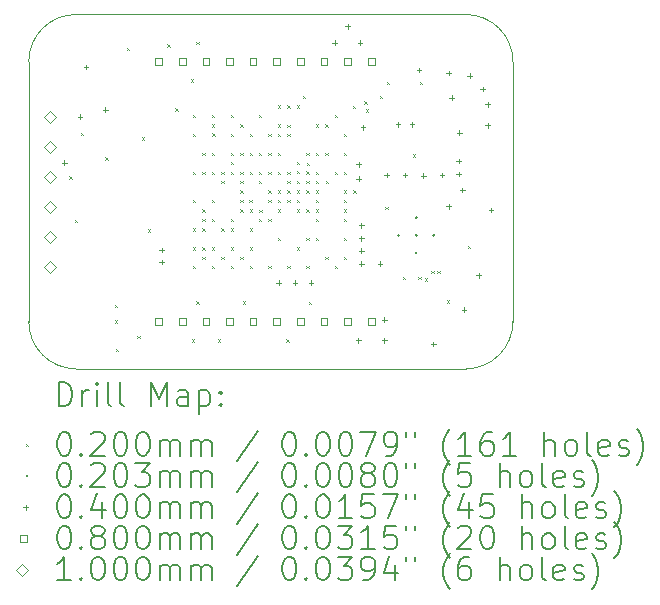
<source format=gbr>
%TF.GenerationSoftware,KiCad,Pcbnew,6.0.11+dfsg-1*%
%TF.CreationDate,2026-01-08T21:32:19-05:00*%
%TF.ProjectId,Deck_FPGA,4465636b-5f46-4504-9741-2e6b69636164,rev?*%
%TF.SameCoordinates,Original*%
%TF.FileFunction,Drillmap*%
%TF.FilePolarity,Positive*%
%FSLAX45Y45*%
G04 Gerber Fmt 4.5, Leading zero omitted, Abs format (unit mm)*
G04 Created by KiCad (PCBNEW 6.0.11+dfsg-1) date 2026-01-08 21:32:19*
%MOMM*%
%LPD*%
G01*
G04 APERTURE LIST*
%ADD10C,0.100000*%
%ADD11C,0.200000*%
%ADD12C,0.020000*%
%ADD13C,0.020320*%
%ADD14C,0.040000*%
%ADD15C,0.080000*%
G04 APERTURE END LIST*
D10*
X12100000Y-10000000D02*
X12100000Y-12200000D01*
X8400000Y-9600000D02*
G75*
G03*
X8000000Y-10000000I0J-400000D01*
G01*
X8000000Y-12200000D02*
G75*
G03*
X8400000Y-12600000I400000J0D01*
G01*
X11700000Y-12600000D02*
G75*
G03*
X12100000Y-12200000I0J400000D01*
G01*
X8000000Y-10000000D02*
X8000000Y-12200000D01*
X12100000Y-10000000D02*
G75*
G03*
X11700000Y-9600000I-400000J0D01*
G01*
X8400000Y-12600000D02*
X11700000Y-12600000D01*
X8400000Y-9600000D02*
X11700000Y-9600000D01*
D11*
D12*
X8345000Y-10970000D02*
X8365000Y-10990000D01*
X8365000Y-10970000D02*
X8345000Y-10990000D01*
X8390000Y-11340000D02*
X8410000Y-11360000D01*
X8410000Y-11340000D02*
X8390000Y-11360000D01*
X8440000Y-10600000D02*
X8460000Y-10620000D01*
X8460000Y-10600000D02*
X8440000Y-10620000D01*
X8650000Y-10810000D02*
X8670000Y-10830000D01*
X8670000Y-10810000D02*
X8650000Y-10830000D01*
X8730000Y-12060000D02*
X8750000Y-12080000D01*
X8750000Y-12060000D02*
X8730000Y-12080000D01*
X8730000Y-12190000D02*
X8750000Y-12210000D01*
X8750000Y-12190000D02*
X8730000Y-12210000D01*
X8739000Y-12431000D02*
X8759000Y-12451000D01*
X8759000Y-12431000D02*
X8739000Y-12451000D01*
X8830000Y-9880000D02*
X8850000Y-9900000D01*
X8850000Y-9880000D02*
X8830000Y-9900000D01*
X8920000Y-12320000D02*
X8940000Y-12340000D01*
X8940000Y-12320000D02*
X8920000Y-12340000D01*
X8960000Y-10640000D02*
X8980000Y-10660000D01*
X8980000Y-10640000D02*
X8960000Y-10660000D01*
X9010000Y-11420000D02*
X9030000Y-11440000D01*
X9030000Y-11420000D02*
X9010000Y-11440000D01*
X9172500Y-9852500D02*
X9192500Y-9872500D01*
X9192500Y-9852500D02*
X9172500Y-9872500D01*
X9240000Y-10395000D02*
X9260000Y-10415000D01*
X9260000Y-10395000D02*
X9240000Y-10415000D01*
X9370000Y-10150000D02*
X9390000Y-10170000D01*
X9390000Y-10150000D02*
X9370000Y-10170000D01*
X9380000Y-12350000D02*
X9400000Y-12370000D01*
X9400000Y-12350000D02*
X9380000Y-12370000D01*
X9390000Y-10450000D02*
X9410000Y-10470000D01*
X9410000Y-10450000D02*
X9390000Y-10470000D01*
X9390000Y-10610000D02*
X9410000Y-10630000D01*
X9410000Y-10610000D02*
X9390000Y-10630000D01*
X9390000Y-10930000D02*
X9410000Y-10950000D01*
X9410000Y-10930000D02*
X9390000Y-10950000D01*
X9390000Y-11170000D02*
X9410000Y-11190000D01*
X9410000Y-11170000D02*
X9390000Y-11190000D01*
X9390000Y-11410000D02*
X9410000Y-11430000D01*
X9410000Y-11410000D02*
X9390000Y-11430000D01*
X9390000Y-11570000D02*
X9410000Y-11590000D01*
X9410000Y-11570000D02*
X9390000Y-11590000D01*
X9390000Y-11730000D02*
X9410000Y-11750000D01*
X9410000Y-11730000D02*
X9390000Y-11750000D01*
X9420000Y-9830000D02*
X9440000Y-9850000D01*
X9440000Y-9830000D02*
X9420000Y-9850000D01*
X9420000Y-12030000D02*
X9440000Y-12050000D01*
X9440000Y-12030000D02*
X9420000Y-12050000D01*
X9470000Y-10770000D02*
X9490000Y-10790000D01*
X9490000Y-10770000D02*
X9470000Y-10790000D01*
X9470000Y-10930000D02*
X9490000Y-10950000D01*
X9490000Y-10930000D02*
X9470000Y-10950000D01*
X9470000Y-11250000D02*
X9490000Y-11270000D01*
X9490000Y-11250000D02*
X9470000Y-11270000D01*
X9470000Y-11330000D02*
X9490000Y-11350000D01*
X9490000Y-11330000D02*
X9470000Y-11350000D01*
X9470000Y-11410000D02*
X9490000Y-11430000D01*
X9490000Y-11410000D02*
X9470000Y-11430000D01*
X9470000Y-11570000D02*
X9490000Y-11590000D01*
X9490000Y-11570000D02*
X9470000Y-11590000D01*
X9470000Y-11650000D02*
X9490000Y-11670000D01*
X9490000Y-11650000D02*
X9470000Y-11670000D01*
X9550000Y-10450000D02*
X9570000Y-10470000D01*
X9570000Y-10450000D02*
X9550000Y-10470000D01*
X9550000Y-10530000D02*
X9570000Y-10550000D01*
X9570000Y-10530000D02*
X9550000Y-10550000D01*
X9550000Y-10770000D02*
X9570000Y-10790000D01*
X9570000Y-10770000D02*
X9550000Y-10790000D01*
X9550000Y-10930000D02*
X9570000Y-10950000D01*
X9570000Y-10930000D02*
X9550000Y-10950000D01*
X9550000Y-11170000D02*
X9570000Y-11190000D01*
X9570000Y-11170000D02*
X9550000Y-11190000D01*
X9550000Y-11330000D02*
X9570000Y-11350000D01*
X9570000Y-11330000D02*
X9550000Y-11350000D01*
X9550000Y-11570000D02*
X9570000Y-11590000D01*
X9570000Y-11570000D02*
X9550000Y-11590000D01*
X9550000Y-11730000D02*
X9570000Y-11750000D01*
X9570000Y-11730000D02*
X9550000Y-11750000D01*
X9555000Y-10605000D02*
X9575000Y-10625000D01*
X9575000Y-10605000D02*
X9555000Y-10625000D01*
X9600000Y-12350000D02*
X9620000Y-12370000D01*
X9620000Y-12350000D02*
X9600000Y-12370000D01*
X9630000Y-10930000D02*
X9650000Y-10950000D01*
X9650000Y-10930000D02*
X9630000Y-10950000D01*
X9630000Y-11010000D02*
X9650000Y-11030000D01*
X9650000Y-11010000D02*
X9630000Y-11030000D01*
X9630000Y-11410000D02*
X9650000Y-11430000D01*
X9650000Y-11410000D02*
X9630000Y-11430000D01*
X9630000Y-11650000D02*
X9650000Y-11670000D01*
X9650000Y-11650000D02*
X9630000Y-11670000D01*
X9710000Y-10450000D02*
X9730000Y-10470000D01*
X9730000Y-10450000D02*
X9710000Y-10470000D01*
X9710000Y-10610000D02*
X9730000Y-10630000D01*
X9730000Y-10610000D02*
X9710000Y-10630000D01*
X9710000Y-10770000D02*
X9730000Y-10790000D01*
X9730000Y-10770000D02*
X9710000Y-10790000D01*
X9710000Y-10850000D02*
X9730000Y-10870000D01*
X9730000Y-10850000D02*
X9710000Y-10870000D01*
X9710000Y-10930000D02*
X9730000Y-10950000D01*
X9730000Y-10930000D02*
X9710000Y-10950000D01*
X9710000Y-11330000D02*
X9730000Y-11350000D01*
X9730000Y-11330000D02*
X9710000Y-11350000D01*
X9710000Y-11410000D02*
X9730000Y-11430000D01*
X9730000Y-11410000D02*
X9710000Y-11430000D01*
X9710000Y-11570000D02*
X9730000Y-11590000D01*
X9730000Y-11570000D02*
X9710000Y-11590000D01*
X9710000Y-11730000D02*
X9730000Y-11750000D01*
X9730000Y-11730000D02*
X9710000Y-11750000D01*
X9790000Y-10530000D02*
X9810000Y-10550000D01*
X9810000Y-10530000D02*
X9790000Y-10550000D01*
X9790000Y-10770000D02*
X9810000Y-10790000D01*
X9810000Y-10770000D02*
X9790000Y-10790000D01*
X9790000Y-10930000D02*
X9810000Y-10950000D01*
X9810000Y-10930000D02*
X9790000Y-10950000D01*
X9790000Y-11010000D02*
X9810000Y-11030000D01*
X9810000Y-11010000D02*
X9790000Y-11030000D01*
X9790000Y-11090000D02*
X9810000Y-11110000D01*
X9810000Y-11090000D02*
X9790000Y-11110000D01*
X9790000Y-11170000D02*
X9810000Y-11190000D01*
X9810000Y-11170000D02*
X9790000Y-11190000D01*
X9790000Y-11250000D02*
X9810000Y-11270000D01*
X9810000Y-11250000D02*
X9790000Y-11270000D01*
X9790000Y-11650000D02*
X9810000Y-11670000D01*
X9810000Y-11650000D02*
X9790000Y-11670000D01*
X9810000Y-12030000D02*
X9830000Y-12050000D01*
X9830000Y-12030000D02*
X9810000Y-12050000D01*
X9867500Y-11167500D02*
X9887500Y-11187500D01*
X9887500Y-11167500D02*
X9867500Y-11187500D01*
X9870000Y-10610000D02*
X9890000Y-10630000D01*
X9890000Y-10610000D02*
X9870000Y-10630000D01*
X9870000Y-10770000D02*
X9890000Y-10790000D01*
X9890000Y-10770000D02*
X9870000Y-10790000D01*
X9870000Y-10930000D02*
X9890000Y-10950000D01*
X9890000Y-10930000D02*
X9870000Y-10950000D01*
X9870000Y-11250000D02*
X9890000Y-11270000D01*
X9890000Y-11250000D02*
X9870000Y-11270000D01*
X9870000Y-11410000D02*
X9890000Y-11430000D01*
X9890000Y-11410000D02*
X9870000Y-11430000D01*
X9870000Y-11570000D02*
X9890000Y-11590000D01*
X9890000Y-11570000D02*
X9870000Y-11590000D01*
X9870000Y-11730000D02*
X9890000Y-11750000D01*
X9890000Y-11730000D02*
X9870000Y-11750000D01*
X9950000Y-10450000D02*
X9970000Y-10470000D01*
X9970000Y-10450000D02*
X9950000Y-10470000D01*
X9950000Y-10770000D02*
X9970000Y-10790000D01*
X9970000Y-10770000D02*
X9950000Y-10790000D01*
X9950000Y-10930000D02*
X9970000Y-10950000D01*
X9970000Y-10930000D02*
X9950000Y-10950000D01*
X9950000Y-11010000D02*
X9970000Y-11030000D01*
X9970000Y-11010000D02*
X9950000Y-11030000D01*
X9950000Y-11330000D02*
X9970000Y-11350000D01*
X9970000Y-11330000D02*
X9950000Y-11350000D01*
X9952500Y-11252500D02*
X9972500Y-11272500D01*
X9972500Y-11252500D02*
X9952500Y-11272500D01*
X10030000Y-10610000D02*
X10050000Y-10630000D01*
X10050000Y-10610000D02*
X10030000Y-10630000D01*
X10030000Y-10770000D02*
X10050000Y-10790000D01*
X10050000Y-10770000D02*
X10030000Y-10790000D01*
X10030000Y-10930000D02*
X10050000Y-10950000D01*
X10050000Y-10930000D02*
X10030000Y-10950000D01*
X10030000Y-11090000D02*
X10050000Y-11110000D01*
X10050000Y-11090000D02*
X10030000Y-11110000D01*
X10030000Y-11170000D02*
X10050000Y-11190000D01*
X10050000Y-11170000D02*
X10030000Y-11190000D01*
X10030000Y-11330000D02*
X10050000Y-11350000D01*
X10050000Y-11330000D02*
X10030000Y-11350000D01*
X10030000Y-11730000D02*
X10050000Y-11750000D01*
X10050000Y-11730000D02*
X10030000Y-11750000D01*
X10110000Y-10370000D02*
X10130000Y-10390000D01*
X10130000Y-10370000D02*
X10110000Y-10390000D01*
X10110000Y-10530000D02*
X10130000Y-10550000D01*
X10130000Y-10530000D02*
X10110000Y-10550000D01*
X10110000Y-10610000D02*
X10130000Y-10630000D01*
X10130000Y-10610000D02*
X10110000Y-10630000D01*
X10110000Y-10770000D02*
X10130000Y-10790000D01*
X10130000Y-10770000D02*
X10110000Y-10790000D01*
X10110000Y-10930000D02*
X10130000Y-10950000D01*
X10130000Y-10930000D02*
X10110000Y-10950000D01*
X10110000Y-11090000D02*
X10130000Y-11110000D01*
X10130000Y-11090000D02*
X10110000Y-11110000D01*
X10110000Y-11170000D02*
X10130000Y-11190000D01*
X10130000Y-11170000D02*
X10110000Y-11190000D01*
X10110000Y-11250000D02*
X10130000Y-11270000D01*
X10130000Y-11250000D02*
X10110000Y-11270000D01*
X10110000Y-11490000D02*
X10130000Y-11510000D01*
X10130000Y-11490000D02*
X10110000Y-11510000D01*
X10180000Y-12350000D02*
X10200000Y-12370000D01*
X10200000Y-12350000D02*
X10180000Y-12370000D01*
X10190000Y-10370000D02*
X10210000Y-10390000D01*
X10210000Y-10370000D02*
X10190000Y-10390000D01*
X10190000Y-10535000D02*
X10210000Y-10555000D01*
X10210000Y-10535000D02*
X10190000Y-10555000D01*
X10190000Y-10610000D02*
X10210000Y-10630000D01*
X10210000Y-10610000D02*
X10190000Y-10630000D01*
X10190000Y-10930000D02*
X10210000Y-10950000D01*
X10210000Y-10930000D02*
X10190000Y-10950000D01*
X10190000Y-11010000D02*
X10210000Y-11030000D01*
X10210000Y-11010000D02*
X10190000Y-11030000D01*
X10190000Y-11090000D02*
X10210000Y-11110000D01*
X10210000Y-11090000D02*
X10190000Y-11110000D01*
X10190000Y-11170000D02*
X10210000Y-11190000D01*
X10210000Y-11170000D02*
X10190000Y-11190000D01*
X10190000Y-11730000D02*
X10210000Y-11750000D01*
X10210000Y-11730000D02*
X10190000Y-11750000D01*
X10269950Y-10925050D02*
X10289950Y-10945050D01*
X10289950Y-10925050D02*
X10269950Y-10945050D01*
X10270000Y-10370000D02*
X10290000Y-10390000D01*
X10290000Y-10370000D02*
X10270000Y-10390000D01*
X10270000Y-10850000D02*
X10290000Y-10870000D01*
X10290000Y-10850000D02*
X10270000Y-10870000D01*
X10270000Y-11010000D02*
X10290000Y-11030000D01*
X10290000Y-11010000D02*
X10270000Y-11030000D01*
X10270000Y-11090000D02*
X10290000Y-11110000D01*
X10290000Y-11090000D02*
X10270000Y-11110000D01*
X10270000Y-11170000D02*
X10290000Y-11190000D01*
X10290000Y-11170000D02*
X10270000Y-11190000D01*
X10270000Y-11250000D02*
X10290000Y-11270000D01*
X10290000Y-11250000D02*
X10270000Y-11270000D01*
X10270000Y-11570000D02*
X10290000Y-11590000D01*
X10290000Y-11570000D02*
X10270000Y-11590000D01*
X10320000Y-10290000D02*
X10340000Y-10310000D01*
X10340000Y-10290000D02*
X10320000Y-10310000D01*
X10349950Y-10927195D02*
X10369950Y-10947195D01*
X10369950Y-10927195D02*
X10349950Y-10947195D01*
X10350000Y-10770000D02*
X10370000Y-10790000D01*
X10370000Y-10770000D02*
X10350000Y-10790000D01*
X10350000Y-11010000D02*
X10370000Y-11030000D01*
X10370000Y-11010000D02*
X10350000Y-11030000D01*
X10350000Y-11090000D02*
X10370000Y-11110000D01*
X10370000Y-11090000D02*
X10350000Y-11110000D01*
X10350000Y-11250000D02*
X10370000Y-11270000D01*
X10370000Y-11250000D02*
X10350000Y-11270000D01*
X10350000Y-11490000D02*
X10370000Y-11510000D01*
X10370000Y-11490000D02*
X10350000Y-11510000D01*
X10350000Y-11730000D02*
X10370000Y-11750000D01*
X10370000Y-11730000D02*
X10350000Y-11750000D01*
X10355000Y-10855000D02*
X10375000Y-10875000D01*
X10375000Y-10855000D02*
X10355000Y-10875000D01*
X10370000Y-12035000D02*
X10390000Y-12055000D01*
X10390000Y-12035000D02*
X10370000Y-12055000D01*
X10430000Y-10530000D02*
X10450000Y-10550000D01*
X10450000Y-10530000D02*
X10430000Y-10550000D01*
X10430000Y-10770000D02*
X10450000Y-10790000D01*
X10450000Y-10770000D02*
X10430000Y-10790000D01*
X10430000Y-10930000D02*
X10450000Y-10950000D01*
X10450000Y-10930000D02*
X10430000Y-10950000D01*
X10430000Y-11010000D02*
X10450000Y-11030000D01*
X10450000Y-11010000D02*
X10430000Y-11030000D01*
X10430000Y-11090000D02*
X10450000Y-11110000D01*
X10450000Y-11090000D02*
X10430000Y-11110000D01*
X10430000Y-11170000D02*
X10450000Y-11190000D01*
X10450000Y-11170000D02*
X10430000Y-11190000D01*
X10430000Y-11250000D02*
X10450000Y-11270000D01*
X10450000Y-11250000D02*
X10430000Y-11270000D01*
X10430000Y-11330000D02*
X10450000Y-11350000D01*
X10450000Y-11330000D02*
X10430000Y-11350000D01*
X10430000Y-11490000D02*
X10450000Y-11510000D01*
X10450000Y-11490000D02*
X10430000Y-11510000D01*
X10510000Y-10530000D02*
X10530000Y-10550000D01*
X10530000Y-10530000D02*
X10510000Y-10550000D01*
X10510000Y-11650000D02*
X10530000Y-11670000D01*
X10530000Y-11650000D02*
X10510000Y-11670000D01*
X10510000Y-10769950D02*
X10530000Y-10789950D01*
X10530000Y-10769950D02*
X10510000Y-10789950D01*
X10516251Y-11008749D02*
X10536251Y-11028749D01*
X10536251Y-11008749D02*
X10516251Y-11028749D01*
X10590000Y-10450000D02*
X10610000Y-10470000D01*
X10610000Y-10450000D02*
X10590000Y-10470000D01*
X10590000Y-10930000D02*
X10610000Y-10950000D01*
X10610000Y-10930000D02*
X10590000Y-10950000D01*
X10590000Y-11730000D02*
X10610000Y-11750000D01*
X10610000Y-11730000D02*
X10590000Y-11750000D01*
X10667500Y-10932500D02*
X10687500Y-10952500D01*
X10687500Y-10932500D02*
X10667500Y-10952500D01*
X10670000Y-10610000D02*
X10690000Y-10630000D01*
X10690000Y-10610000D02*
X10670000Y-10630000D01*
X10670000Y-10770000D02*
X10690000Y-10790000D01*
X10690000Y-10770000D02*
X10670000Y-10790000D01*
X10670000Y-11090000D02*
X10690000Y-11110000D01*
X10690000Y-11090000D02*
X10670000Y-11110000D01*
X10670000Y-11170000D02*
X10690000Y-11190000D01*
X10690000Y-11170000D02*
X10670000Y-11190000D01*
X10670000Y-11250000D02*
X10690000Y-11270000D01*
X10690000Y-11250000D02*
X10670000Y-11270000D01*
X10670000Y-11330000D02*
X10690000Y-11350000D01*
X10690000Y-11330000D02*
X10670000Y-11350000D01*
X10670000Y-11490000D02*
X10690000Y-11510000D01*
X10690000Y-11490000D02*
X10670000Y-11510000D01*
X10670000Y-11650000D02*
X10690000Y-11670000D01*
X10690000Y-11650000D02*
X10670000Y-11670000D01*
X10745000Y-10375000D02*
X10765000Y-10395000D01*
X10765000Y-10375000D02*
X10745000Y-10395000D01*
X10747500Y-11087500D02*
X10767500Y-11107500D01*
X10767500Y-11087500D02*
X10747500Y-11107500D01*
X10840749Y-10335749D02*
X10860749Y-10355749D01*
X10860749Y-10335749D02*
X10840749Y-10355749D01*
X10851751Y-10403249D02*
X10871751Y-10423249D01*
X10871751Y-10403249D02*
X10851751Y-10423249D01*
X10971000Y-10289000D02*
X10991000Y-10309000D01*
X10991000Y-10289000D02*
X10971000Y-10309000D01*
X11020000Y-11230000D02*
X11040000Y-11250000D01*
X11040000Y-11230000D02*
X11020000Y-11250000D01*
X11030000Y-10170000D02*
X11050000Y-10190000D01*
X11050000Y-10170000D02*
X11030000Y-10190000D01*
X11170000Y-11820000D02*
X11190000Y-11840000D01*
X11190000Y-11820000D02*
X11170000Y-11840000D01*
X11250000Y-10785000D02*
X11270000Y-10805000D01*
X11270000Y-10785000D02*
X11250000Y-10805000D01*
X11300000Y-11820000D02*
X11320000Y-11840000D01*
X11320000Y-11820000D02*
X11300000Y-11840000D01*
X11310000Y-10170000D02*
X11330000Y-10190000D01*
X11330000Y-10170000D02*
X11310000Y-10190000D01*
X11356081Y-11835081D02*
X11376081Y-11855081D01*
X11376081Y-11835081D02*
X11356081Y-11855081D01*
X11409950Y-11769251D02*
X11429950Y-11789251D01*
X11429950Y-11769251D02*
X11409950Y-11789251D01*
X11460000Y-11770000D02*
X11480000Y-11790000D01*
X11480000Y-11770000D02*
X11460000Y-11790000D01*
X11540000Y-12020000D02*
X11560000Y-12040000D01*
X11560000Y-12020000D02*
X11540000Y-12040000D01*
X11720050Y-11558871D02*
X11740050Y-11578871D01*
X11740050Y-11558871D02*
X11720050Y-11578871D01*
D13*
X11140160Y-11470000D02*
G75*
G03*
X11140160Y-11470000I-10160J0D01*
G01*
X11290160Y-11320000D02*
G75*
G03*
X11290160Y-11320000I-10160J0D01*
G01*
X11290160Y-11470000D02*
G75*
G03*
X11290160Y-11470000I-10160J0D01*
G01*
X11290160Y-11620000D02*
G75*
G03*
X11290160Y-11620000I-10160J0D01*
G01*
X11440160Y-11470000D02*
G75*
G03*
X11440160Y-11470000I-10160J0D01*
G01*
D14*
X8300000Y-10835000D02*
X8300000Y-10875000D01*
X8280000Y-10855000D02*
X8320000Y-10855000D01*
X8435000Y-10445000D02*
X8435000Y-10485000D01*
X8415000Y-10465000D02*
X8455000Y-10465000D01*
X8485000Y-10025000D02*
X8485000Y-10065000D01*
X8465000Y-10045000D02*
X8505000Y-10045000D01*
X8650000Y-10385000D02*
X8650000Y-10425000D01*
X8630000Y-10405000D02*
X8670000Y-10405000D01*
X9125000Y-11575000D02*
X9125000Y-11615000D01*
X9105000Y-11595000D02*
X9145000Y-11595000D01*
X9125000Y-11675000D02*
X9125000Y-11715000D01*
X9105000Y-11695000D02*
X9145000Y-11695000D01*
X10115000Y-11850000D02*
X10115000Y-11890000D01*
X10095000Y-11870000D02*
X10135000Y-11870000D01*
X10255000Y-11850000D02*
X10255000Y-11890000D01*
X10235000Y-11870000D02*
X10275000Y-11870000D01*
X10390000Y-11850000D02*
X10390000Y-11890000D01*
X10370000Y-11870000D02*
X10410000Y-11870000D01*
X10590000Y-9820000D02*
X10590000Y-9860000D01*
X10570000Y-9840000D02*
X10610000Y-9840000D01*
X10700000Y-9680000D02*
X10700000Y-9720000D01*
X10680000Y-9700000D02*
X10720000Y-9700000D01*
X10790000Y-12340000D02*
X10790000Y-12380000D01*
X10770000Y-12360000D02*
X10810000Y-12360000D01*
X10795000Y-10850000D02*
X10795000Y-10890000D01*
X10775000Y-10870000D02*
X10815000Y-10870000D01*
X10795000Y-10970000D02*
X10795000Y-11010000D01*
X10775000Y-10990000D02*
X10815000Y-10990000D01*
X10805000Y-9820000D02*
X10805000Y-9860000D01*
X10785000Y-9840000D02*
X10825000Y-9840000D01*
X10815000Y-11365000D02*
X10815000Y-11405000D01*
X10795000Y-11385000D02*
X10835000Y-11385000D01*
X10815000Y-11475000D02*
X10815000Y-11515000D01*
X10795000Y-11495000D02*
X10835000Y-11495000D01*
X10815000Y-11580000D02*
X10815000Y-11620000D01*
X10795000Y-11600000D02*
X10835000Y-11600000D01*
X10815000Y-11690000D02*
X10815000Y-11730000D01*
X10795000Y-11710000D02*
X10835000Y-11710000D01*
X10830000Y-10535000D02*
X10830000Y-10575000D01*
X10810000Y-10555000D02*
X10850000Y-10555000D01*
X10975000Y-11690000D02*
X10975000Y-11730000D01*
X10955000Y-11710000D02*
X10995000Y-11710000D01*
X11010000Y-12165000D02*
X11010000Y-12205000D01*
X10990000Y-12185000D02*
X11030000Y-12185000D01*
X11010000Y-12340000D02*
X11010000Y-12380000D01*
X10990000Y-12360000D02*
X11030000Y-12360000D01*
X11030000Y-10940000D02*
X11030000Y-10980000D01*
X11010000Y-10960000D02*
X11050000Y-10960000D01*
X11126050Y-10508950D02*
X11126050Y-10548950D01*
X11106050Y-10528950D02*
X11146050Y-10528950D01*
X11185000Y-10940000D02*
X11185000Y-10980000D01*
X11165000Y-10960000D02*
X11205000Y-10960000D01*
X11246050Y-10508950D02*
X11246050Y-10548950D01*
X11226050Y-10528950D02*
X11266050Y-10528950D01*
X11305000Y-10050000D02*
X11305000Y-10090000D01*
X11285000Y-10070000D02*
X11325000Y-10070000D01*
X11340000Y-10945000D02*
X11340000Y-10985000D01*
X11320000Y-10965000D02*
X11360000Y-10965000D01*
X11425000Y-12370000D02*
X11425000Y-12410000D01*
X11405000Y-12390000D02*
X11445000Y-12390000D01*
X11500000Y-10940000D02*
X11500000Y-10980000D01*
X11480000Y-10960000D02*
X11520000Y-10960000D01*
X11555000Y-10075000D02*
X11555000Y-10115000D01*
X11535000Y-10095000D02*
X11575000Y-10095000D01*
X11555000Y-11205000D02*
X11555000Y-11245000D01*
X11535000Y-11225000D02*
X11575000Y-11225000D01*
X11580000Y-10285000D02*
X11580000Y-10325000D01*
X11560000Y-10305000D02*
X11600000Y-10305000D01*
X11640000Y-10820000D02*
X11640000Y-10860000D01*
X11620000Y-10840000D02*
X11660000Y-10840000D01*
X11640000Y-10930000D02*
X11640000Y-10970000D01*
X11620000Y-10950000D02*
X11660000Y-10950000D01*
X11645000Y-10580000D02*
X11645000Y-10620000D01*
X11625000Y-10600000D02*
X11665000Y-10600000D01*
X11670000Y-11065000D02*
X11670000Y-11105000D01*
X11650000Y-11085000D02*
X11690000Y-11085000D01*
X11685000Y-12080000D02*
X11685000Y-12120000D01*
X11665000Y-12100000D02*
X11705000Y-12100000D01*
X11732500Y-10097500D02*
X11732500Y-10137500D01*
X11712500Y-10117500D02*
X11752500Y-10117500D01*
X11810000Y-11790000D02*
X11810000Y-11830000D01*
X11790000Y-11810000D02*
X11830000Y-11810000D01*
X11845000Y-10210000D02*
X11845000Y-10250000D01*
X11825000Y-10230000D02*
X11865000Y-10230000D01*
X11885000Y-10340000D02*
X11885000Y-10380000D01*
X11865000Y-10360000D02*
X11905000Y-10360000D01*
X11885000Y-10520000D02*
X11885000Y-10560000D01*
X11865000Y-10540000D02*
X11905000Y-10540000D01*
X11915000Y-11235000D02*
X11915000Y-11275000D01*
X11895000Y-11255000D02*
X11935000Y-11255000D01*
D15*
X9128285Y-10028285D02*
X9128285Y-9971716D01*
X9071716Y-9971716D01*
X9071716Y-10028285D01*
X9128285Y-10028285D01*
X9128285Y-12228284D02*
X9128285Y-12171715D01*
X9071716Y-12171715D01*
X9071716Y-12228284D01*
X9128285Y-12228284D01*
X9328285Y-10028285D02*
X9328285Y-9971716D01*
X9271716Y-9971716D01*
X9271716Y-10028285D01*
X9328285Y-10028285D01*
X9328285Y-12228284D02*
X9328285Y-12171715D01*
X9271716Y-12171715D01*
X9271716Y-12228284D01*
X9328285Y-12228284D01*
X9528285Y-10028285D02*
X9528285Y-9971716D01*
X9471716Y-9971716D01*
X9471716Y-10028285D01*
X9528285Y-10028285D01*
X9528285Y-12228284D02*
X9528285Y-12171715D01*
X9471716Y-12171715D01*
X9471716Y-12228284D01*
X9528285Y-12228284D01*
X9728285Y-10028285D02*
X9728285Y-9971716D01*
X9671716Y-9971716D01*
X9671716Y-10028285D01*
X9728285Y-10028285D01*
X9728285Y-12228284D02*
X9728285Y-12171715D01*
X9671716Y-12171715D01*
X9671716Y-12228284D01*
X9728285Y-12228284D01*
X9928285Y-10028285D02*
X9928285Y-9971716D01*
X9871716Y-9971716D01*
X9871716Y-10028285D01*
X9928285Y-10028285D01*
X9928285Y-12228284D02*
X9928285Y-12171715D01*
X9871716Y-12171715D01*
X9871716Y-12228284D01*
X9928285Y-12228284D01*
X10128285Y-10028285D02*
X10128285Y-9971716D01*
X10071716Y-9971716D01*
X10071716Y-10028285D01*
X10128285Y-10028285D01*
X10128285Y-12228284D02*
X10128285Y-12171715D01*
X10071716Y-12171715D01*
X10071716Y-12228284D01*
X10128285Y-12228284D01*
X10328285Y-10028285D02*
X10328285Y-9971716D01*
X10271716Y-9971716D01*
X10271716Y-10028285D01*
X10328285Y-10028285D01*
X10328285Y-12228284D02*
X10328285Y-12171715D01*
X10271716Y-12171715D01*
X10271716Y-12228284D01*
X10328285Y-12228284D01*
X10528285Y-10028285D02*
X10528285Y-9971716D01*
X10471716Y-9971716D01*
X10471716Y-10028285D01*
X10528285Y-10028285D01*
X10528285Y-12228284D02*
X10528285Y-12171715D01*
X10471716Y-12171715D01*
X10471716Y-12228284D01*
X10528285Y-12228284D01*
X10728285Y-10028285D02*
X10728285Y-9971716D01*
X10671716Y-9971716D01*
X10671716Y-10028285D01*
X10728285Y-10028285D01*
X10728285Y-12228284D02*
X10728285Y-12171715D01*
X10671716Y-12171715D01*
X10671716Y-12228284D01*
X10728285Y-12228284D01*
X10928285Y-10028285D02*
X10928285Y-9971716D01*
X10871716Y-9971716D01*
X10871716Y-10028285D01*
X10928285Y-10028285D01*
X10928285Y-12228284D02*
X10928285Y-12171715D01*
X10871716Y-12171715D01*
X10871716Y-12228284D01*
X10928285Y-12228284D01*
D10*
X8180000Y-10515000D02*
X8230000Y-10465000D01*
X8180000Y-10415000D01*
X8130000Y-10465000D01*
X8180000Y-10515000D01*
X8180000Y-10769000D02*
X8230000Y-10719000D01*
X8180000Y-10669000D01*
X8130000Y-10719000D01*
X8180000Y-10769000D01*
X8180000Y-11023000D02*
X8230000Y-10973000D01*
X8180000Y-10923000D01*
X8130000Y-10973000D01*
X8180000Y-11023000D01*
X8180000Y-11277000D02*
X8230000Y-11227000D01*
X8180000Y-11177000D01*
X8130000Y-11227000D01*
X8180000Y-11277000D01*
X8180000Y-11531000D02*
X8230000Y-11481000D01*
X8180000Y-11431000D01*
X8130000Y-11481000D01*
X8180000Y-11531000D01*
X8180000Y-11785000D02*
X8230000Y-11735000D01*
X8180000Y-11685000D01*
X8130000Y-11735000D01*
X8180000Y-11785000D01*
D11*
X8252619Y-12915476D02*
X8252619Y-12715476D01*
X8300238Y-12715476D01*
X8328809Y-12725000D01*
X8347857Y-12744048D01*
X8357381Y-12763095D01*
X8366905Y-12801190D01*
X8366905Y-12829762D01*
X8357381Y-12867857D01*
X8347857Y-12886905D01*
X8328809Y-12905952D01*
X8300238Y-12915476D01*
X8252619Y-12915476D01*
X8452619Y-12915476D02*
X8452619Y-12782143D01*
X8452619Y-12820238D02*
X8462143Y-12801190D01*
X8471667Y-12791667D01*
X8490714Y-12782143D01*
X8509762Y-12782143D01*
X8576429Y-12915476D02*
X8576429Y-12782143D01*
X8576429Y-12715476D02*
X8566905Y-12725000D01*
X8576429Y-12734524D01*
X8585952Y-12725000D01*
X8576429Y-12715476D01*
X8576429Y-12734524D01*
X8700238Y-12915476D02*
X8681190Y-12905952D01*
X8671667Y-12886905D01*
X8671667Y-12715476D01*
X8805000Y-12915476D02*
X8785952Y-12905952D01*
X8776429Y-12886905D01*
X8776429Y-12715476D01*
X9033571Y-12915476D02*
X9033571Y-12715476D01*
X9100238Y-12858333D01*
X9166905Y-12715476D01*
X9166905Y-12915476D01*
X9347857Y-12915476D02*
X9347857Y-12810714D01*
X9338333Y-12791667D01*
X9319286Y-12782143D01*
X9281190Y-12782143D01*
X9262143Y-12791667D01*
X9347857Y-12905952D02*
X9328810Y-12915476D01*
X9281190Y-12915476D01*
X9262143Y-12905952D01*
X9252619Y-12886905D01*
X9252619Y-12867857D01*
X9262143Y-12848809D01*
X9281190Y-12839286D01*
X9328810Y-12839286D01*
X9347857Y-12829762D01*
X9443095Y-12782143D02*
X9443095Y-12982143D01*
X9443095Y-12791667D02*
X9462143Y-12782143D01*
X9500238Y-12782143D01*
X9519286Y-12791667D01*
X9528810Y-12801190D01*
X9538333Y-12820238D01*
X9538333Y-12877381D01*
X9528810Y-12896428D01*
X9519286Y-12905952D01*
X9500238Y-12915476D01*
X9462143Y-12915476D01*
X9443095Y-12905952D01*
X9624048Y-12896428D02*
X9633571Y-12905952D01*
X9624048Y-12915476D01*
X9614524Y-12905952D01*
X9624048Y-12896428D01*
X9624048Y-12915476D01*
X9624048Y-12791667D02*
X9633571Y-12801190D01*
X9624048Y-12810714D01*
X9614524Y-12801190D01*
X9624048Y-12791667D01*
X9624048Y-12810714D01*
D12*
X7975000Y-13235000D02*
X7995000Y-13255000D01*
X7995000Y-13235000D02*
X7975000Y-13255000D01*
D11*
X8290714Y-13135476D02*
X8309762Y-13135476D01*
X8328809Y-13145000D01*
X8338333Y-13154524D01*
X8347857Y-13173571D01*
X8357381Y-13211667D01*
X8357381Y-13259286D01*
X8347857Y-13297381D01*
X8338333Y-13316428D01*
X8328809Y-13325952D01*
X8309762Y-13335476D01*
X8290714Y-13335476D01*
X8271667Y-13325952D01*
X8262143Y-13316428D01*
X8252619Y-13297381D01*
X8243095Y-13259286D01*
X8243095Y-13211667D01*
X8252619Y-13173571D01*
X8262143Y-13154524D01*
X8271667Y-13145000D01*
X8290714Y-13135476D01*
X8443095Y-13316428D02*
X8452619Y-13325952D01*
X8443095Y-13335476D01*
X8433571Y-13325952D01*
X8443095Y-13316428D01*
X8443095Y-13335476D01*
X8528810Y-13154524D02*
X8538333Y-13145000D01*
X8557381Y-13135476D01*
X8605000Y-13135476D01*
X8624048Y-13145000D01*
X8633571Y-13154524D01*
X8643095Y-13173571D01*
X8643095Y-13192619D01*
X8633571Y-13221190D01*
X8519286Y-13335476D01*
X8643095Y-13335476D01*
X8766905Y-13135476D02*
X8785952Y-13135476D01*
X8805000Y-13145000D01*
X8814524Y-13154524D01*
X8824048Y-13173571D01*
X8833571Y-13211667D01*
X8833571Y-13259286D01*
X8824048Y-13297381D01*
X8814524Y-13316428D01*
X8805000Y-13325952D01*
X8785952Y-13335476D01*
X8766905Y-13335476D01*
X8747857Y-13325952D01*
X8738333Y-13316428D01*
X8728810Y-13297381D01*
X8719286Y-13259286D01*
X8719286Y-13211667D01*
X8728810Y-13173571D01*
X8738333Y-13154524D01*
X8747857Y-13145000D01*
X8766905Y-13135476D01*
X8957381Y-13135476D02*
X8976429Y-13135476D01*
X8995476Y-13145000D01*
X9005000Y-13154524D01*
X9014524Y-13173571D01*
X9024048Y-13211667D01*
X9024048Y-13259286D01*
X9014524Y-13297381D01*
X9005000Y-13316428D01*
X8995476Y-13325952D01*
X8976429Y-13335476D01*
X8957381Y-13335476D01*
X8938333Y-13325952D01*
X8928810Y-13316428D01*
X8919286Y-13297381D01*
X8909762Y-13259286D01*
X8909762Y-13211667D01*
X8919286Y-13173571D01*
X8928810Y-13154524D01*
X8938333Y-13145000D01*
X8957381Y-13135476D01*
X9109762Y-13335476D02*
X9109762Y-13202143D01*
X9109762Y-13221190D02*
X9119286Y-13211667D01*
X9138333Y-13202143D01*
X9166905Y-13202143D01*
X9185952Y-13211667D01*
X9195476Y-13230714D01*
X9195476Y-13335476D01*
X9195476Y-13230714D02*
X9205000Y-13211667D01*
X9224048Y-13202143D01*
X9252619Y-13202143D01*
X9271667Y-13211667D01*
X9281190Y-13230714D01*
X9281190Y-13335476D01*
X9376429Y-13335476D02*
X9376429Y-13202143D01*
X9376429Y-13221190D02*
X9385952Y-13211667D01*
X9405000Y-13202143D01*
X9433571Y-13202143D01*
X9452619Y-13211667D01*
X9462143Y-13230714D01*
X9462143Y-13335476D01*
X9462143Y-13230714D02*
X9471667Y-13211667D01*
X9490714Y-13202143D01*
X9519286Y-13202143D01*
X9538333Y-13211667D01*
X9547857Y-13230714D01*
X9547857Y-13335476D01*
X9938333Y-13125952D02*
X9766905Y-13383095D01*
X10195476Y-13135476D02*
X10214524Y-13135476D01*
X10233571Y-13145000D01*
X10243095Y-13154524D01*
X10252619Y-13173571D01*
X10262143Y-13211667D01*
X10262143Y-13259286D01*
X10252619Y-13297381D01*
X10243095Y-13316428D01*
X10233571Y-13325952D01*
X10214524Y-13335476D01*
X10195476Y-13335476D01*
X10176429Y-13325952D01*
X10166905Y-13316428D01*
X10157381Y-13297381D01*
X10147857Y-13259286D01*
X10147857Y-13211667D01*
X10157381Y-13173571D01*
X10166905Y-13154524D01*
X10176429Y-13145000D01*
X10195476Y-13135476D01*
X10347857Y-13316428D02*
X10357381Y-13325952D01*
X10347857Y-13335476D01*
X10338333Y-13325952D01*
X10347857Y-13316428D01*
X10347857Y-13335476D01*
X10481190Y-13135476D02*
X10500238Y-13135476D01*
X10519286Y-13145000D01*
X10528810Y-13154524D01*
X10538333Y-13173571D01*
X10547857Y-13211667D01*
X10547857Y-13259286D01*
X10538333Y-13297381D01*
X10528810Y-13316428D01*
X10519286Y-13325952D01*
X10500238Y-13335476D01*
X10481190Y-13335476D01*
X10462143Y-13325952D01*
X10452619Y-13316428D01*
X10443095Y-13297381D01*
X10433571Y-13259286D01*
X10433571Y-13211667D01*
X10443095Y-13173571D01*
X10452619Y-13154524D01*
X10462143Y-13145000D01*
X10481190Y-13135476D01*
X10671667Y-13135476D02*
X10690714Y-13135476D01*
X10709762Y-13145000D01*
X10719286Y-13154524D01*
X10728810Y-13173571D01*
X10738333Y-13211667D01*
X10738333Y-13259286D01*
X10728810Y-13297381D01*
X10719286Y-13316428D01*
X10709762Y-13325952D01*
X10690714Y-13335476D01*
X10671667Y-13335476D01*
X10652619Y-13325952D01*
X10643095Y-13316428D01*
X10633571Y-13297381D01*
X10624048Y-13259286D01*
X10624048Y-13211667D01*
X10633571Y-13173571D01*
X10643095Y-13154524D01*
X10652619Y-13145000D01*
X10671667Y-13135476D01*
X10805000Y-13135476D02*
X10938333Y-13135476D01*
X10852619Y-13335476D01*
X11024048Y-13335476D02*
X11062143Y-13335476D01*
X11081190Y-13325952D01*
X11090714Y-13316428D01*
X11109762Y-13287857D01*
X11119286Y-13249762D01*
X11119286Y-13173571D01*
X11109762Y-13154524D01*
X11100238Y-13145000D01*
X11081190Y-13135476D01*
X11043095Y-13135476D01*
X11024048Y-13145000D01*
X11014524Y-13154524D01*
X11005000Y-13173571D01*
X11005000Y-13221190D01*
X11014524Y-13240238D01*
X11024048Y-13249762D01*
X11043095Y-13259286D01*
X11081190Y-13259286D01*
X11100238Y-13249762D01*
X11109762Y-13240238D01*
X11119286Y-13221190D01*
X11195476Y-13135476D02*
X11195476Y-13173571D01*
X11271667Y-13135476D02*
X11271667Y-13173571D01*
X11566905Y-13411667D02*
X11557381Y-13402143D01*
X11538333Y-13373571D01*
X11528809Y-13354524D01*
X11519286Y-13325952D01*
X11509762Y-13278333D01*
X11509762Y-13240238D01*
X11519286Y-13192619D01*
X11528809Y-13164048D01*
X11538333Y-13145000D01*
X11557381Y-13116428D01*
X11566905Y-13106905D01*
X11747857Y-13335476D02*
X11633571Y-13335476D01*
X11690714Y-13335476D02*
X11690714Y-13135476D01*
X11671667Y-13164048D01*
X11652619Y-13183095D01*
X11633571Y-13192619D01*
X11919286Y-13135476D02*
X11881190Y-13135476D01*
X11862143Y-13145000D01*
X11852619Y-13154524D01*
X11833571Y-13183095D01*
X11824048Y-13221190D01*
X11824048Y-13297381D01*
X11833571Y-13316428D01*
X11843095Y-13325952D01*
X11862143Y-13335476D01*
X11900238Y-13335476D01*
X11919286Y-13325952D01*
X11928809Y-13316428D01*
X11938333Y-13297381D01*
X11938333Y-13249762D01*
X11928809Y-13230714D01*
X11919286Y-13221190D01*
X11900238Y-13211667D01*
X11862143Y-13211667D01*
X11843095Y-13221190D01*
X11833571Y-13230714D01*
X11824048Y-13249762D01*
X12128809Y-13335476D02*
X12014524Y-13335476D01*
X12071667Y-13335476D02*
X12071667Y-13135476D01*
X12052619Y-13164048D01*
X12033571Y-13183095D01*
X12014524Y-13192619D01*
X12366905Y-13335476D02*
X12366905Y-13135476D01*
X12452619Y-13335476D02*
X12452619Y-13230714D01*
X12443095Y-13211667D01*
X12424048Y-13202143D01*
X12395476Y-13202143D01*
X12376428Y-13211667D01*
X12366905Y-13221190D01*
X12576428Y-13335476D02*
X12557381Y-13325952D01*
X12547857Y-13316428D01*
X12538333Y-13297381D01*
X12538333Y-13240238D01*
X12547857Y-13221190D01*
X12557381Y-13211667D01*
X12576428Y-13202143D01*
X12605000Y-13202143D01*
X12624048Y-13211667D01*
X12633571Y-13221190D01*
X12643095Y-13240238D01*
X12643095Y-13297381D01*
X12633571Y-13316428D01*
X12624048Y-13325952D01*
X12605000Y-13335476D01*
X12576428Y-13335476D01*
X12757381Y-13335476D02*
X12738333Y-13325952D01*
X12728809Y-13306905D01*
X12728809Y-13135476D01*
X12909762Y-13325952D02*
X12890714Y-13335476D01*
X12852619Y-13335476D01*
X12833571Y-13325952D01*
X12824048Y-13306905D01*
X12824048Y-13230714D01*
X12833571Y-13211667D01*
X12852619Y-13202143D01*
X12890714Y-13202143D01*
X12909762Y-13211667D01*
X12919286Y-13230714D01*
X12919286Y-13249762D01*
X12824048Y-13268809D01*
X12995476Y-13325952D02*
X13014524Y-13335476D01*
X13052619Y-13335476D01*
X13071667Y-13325952D01*
X13081190Y-13306905D01*
X13081190Y-13297381D01*
X13071667Y-13278333D01*
X13052619Y-13268809D01*
X13024048Y-13268809D01*
X13005000Y-13259286D01*
X12995476Y-13240238D01*
X12995476Y-13230714D01*
X13005000Y-13211667D01*
X13024048Y-13202143D01*
X13052619Y-13202143D01*
X13071667Y-13211667D01*
X13147857Y-13411667D02*
X13157381Y-13402143D01*
X13176428Y-13373571D01*
X13185952Y-13354524D01*
X13195476Y-13325952D01*
X13205000Y-13278333D01*
X13205000Y-13240238D01*
X13195476Y-13192619D01*
X13185952Y-13164048D01*
X13176428Y-13145000D01*
X13157381Y-13116428D01*
X13147857Y-13106905D01*
D13*
X7995000Y-13509000D02*
G75*
G03*
X7995000Y-13509000I-10160J0D01*
G01*
D11*
X8290714Y-13399476D02*
X8309762Y-13399476D01*
X8328809Y-13409000D01*
X8338333Y-13418524D01*
X8347857Y-13437571D01*
X8357381Y-13475667D01*
X8357381Y-13523286D01*
X8347857Y-13561381D01*
X8338333Y-13580428D01*
X8328809Y-13589952D01*
X8309762Y-13599476D01*
X8290714Y-13599476D01*
X8271667Y-13589952D01*
X8262143Y-13580428D01*
X8252619Y-13561381D01*
X8243095Y-13523286D01*
X8243095Y-13475667D01*
X8252619Y-13437571D01*
X8262143Y-13418524D01*
X8271667Y-13409000D01*
X8290714Y-13399476D01*
X8443095Y-13580428D02*
X8452619Y-13589952D01*
X8443095Y-13599476D01*
X8433571Y-13589952D01*
X8443095Y-13580428D01*
X8443095Y-13599476D01*
X8528810Y-13418524D02*
X8538333Y-13409000D01*
X8557381Y-13399476D01*
X8605000Y-13399476D01*
X8624048Y-13409000D01*
X8633571Y-13418524D01*
X8643095Y-13437571D01*
X8643095Y-13456619D01*
X8633571Y-13485190D01*
X8519286Y-13599476D01*
X8643095Y-13599476D01*
X8766905Y-13399476D02*
X8785952Y-13399476D01*
X8805000Y-13409000D01*
X8814524Y-13418524D01*
X8824048Y-13437571D01*
X8833571Y-13475667D01*
X8833571Y-13523286D01*
X8824048Y-13561381D01*
X8814524Y-13580428D01*
X8805000Y-13589952D01*
X8785952Y-13599476D01*
X8766905Y-13599476D01*
X8747857Y-13589952D01*
X8738333Y-13580428D01*
X8728810Y-13561381D01*
X8719286Y-13523286D01*
X8719286Y-13475667D01*
X8728810Y-13437571D01*
X8738333Y-13418524D01*
X8747857Y-13409000D01*
X8766905Y-13399476D01*
X8900238Y-13399476D02*
X9024048Y-13399476D01*
X8957381Y-13475667D01*
X8985952Y-13475667D01*
X9005000Y-13485190D01*
X9014524Y-13494714D01*
X9024048Y-13513762D01*
X9024048Y-13561381D01*
X9014524Y-13580428D01*
X9005000Y-13589952D01*
X8985952Y-13599476D01*
X8928810Y-13599476D01*
X8909762Y-13589952D01*
X8900238Y-13580428D01*
X9109762Y-13599476D02*
X9109762Y-13466143D01*
X9109762Y-13485190D02*
X9119286Y-13475667D01*
X9138333Y-13466143D01*
X9166905Y-13466143D01*
X9185952Y-13475667D01*
X9195476Y-13494714D01*
X9195476Y-13599476D01*
X9195476Y-13494714D02*
X9205000Y-13475667D01*
X9224048Y-13466143D01*
X9252619Y-13466143D01*
X9271667Y-13475667D01*
X9281190Y-13494714D01*
X9281190Y-13599476D01*
X9376429Y-13599476D02*
X9376429Y-13466143D01*
X9376429Y-13485190D02*
X9385952Y-13475667D01*
X9405000Y-13466143D01*
X9433571Y-13466143D01*
X9452619Y-13475667D01*
X9462143Y-13494714D01*
X9462143Y-13599476D01*
X9462143Y-13494714D02*
X9471667Y-13475667D01*
X9490714Y-13466143D01*
X9519286Y-13466143D01*
X9538333Y-13475667D01*
X9547857Y-13494714D01*
X9547857Y-13599476D01*
X9938333Y-13389952D02*
X9766905Y-13647095D01*
X10195476Y-13399476D02*
X10214524Y-13399476D01*
X10233571Y-13409000D01*
X10243095Y-13418524D01*
X10252619Y-13437571D01*
X10262143Y-13475667D01*
X10262143Y-13523286D01*
X10252619Y-13561381D01*
X10243095Y-13580428D01*
X10233571Y-13589952D01*
X10214524Y-13599476D01*
X10195476Y-13599476D01*
X10176429Y-13589952D01*
X10166905Y-13580428D01*
X10157381Y-13561381D01*
X10147857Y-13523286D01*
X10147857Y-13475667D01*
X10157381Y-13437571D01*
X10166905Y-13418524D01*
X10176429Y-13409000D01*
X10195476Y-13399476D01*
X10347857Y-13580428D02*
X10357381Y-13589952D01*
X10347857Y-13599476D01*
X10338333Y-13589952D01*
X10347857Y-13580428D01*
X10347857Y-13599476D01*
X10481190Y-13399476D02*
X10500238Y-13399476D01*
X10519286Y-13409000D01*
X10528810Y-13418524D01*
X10538333Y-13437571D01*
X10547857Y-13475667D01*
X10547857Y-13523286D01*
X10538333Y-13561381D01*
X10528810Y-13580428D01*
X10519286Y-13589952D01*
X10500238Y-13599476D01*
X10481190Y-13599476D01*
X10462143Y-13589952D01*
X10452619Y-13580428D01*
X10443095Y-13561381D01*
X10433571Y-13523286D01*
X10433571Y-13475667D01*
X10443095Y-13437571D01*
X10452619Y-13418524D01*
X10462143Y-13409000D01*
X10481190Y-13399476D01*
X10671667Y-13399476D02*
X10690714Y-13399476D01*
X10709762Y-13409000D01*
X10719286Y-13418524D01*
X10728810Y-13437571D01*
X10738333Y-13475667D01*
X10738333Y-13523286D01*
X10728810Y-13561381D01*
X10719286Y-13580428D01*
X10709762Y-13589952D01*
X10690714Y-13599476D01*
X10671667Y-13599476D01*
X10652619Y-13589952D01*
X10643095Y-13580428D01*
X10633571Y-13561381D01*
X10624048Y-13523286D01*
X10624048Y-13475667D01*
X10633571Y-13437571D01*
X10643095Y-13418524D01*
X10652619Y-13409000D01*
X10671667Y-13399476D01*
X10852619Y-13485190D02*
X10833571Y-13475667D01*
X10824048Y-13466143D01*
X10814524Y-13447095D01*
X10814524Y-13437571D01*
X10824048Y-13418524D01*
X10833571Y-13409000D01*
X10852619Y-13399476D01*
X10890714Y-13399476D01*
X10909762Y-13409000D01*
X10919286Y-13418524D01*
X10928810Y-13437571D01*
X10928810Y-13447095D01*
X10919286Y-13466143D01*
X10909762Y-13475667D01*
X10890714Y-13485190D01*
X10852619Y-13485190D01*
X10833571Y-13494714D01*
X10824048Y-13504238D01*
X10814524Y-13523286D01*
X10814524Y-13561381D01*
X10824048Y-13580428D01*
X10833571Y-13589952D01*
X10852619Y-13599476D01*
X10890714Y-13599476D01*
X10909762Y-13589952D01*
X10919286Y-13580428D01*
X10928810Y-13561381D01*
X10928810Y-13523286D01*
X10919286Y-13504238D01*
X10909762Y-13494714D01*
X10890714Y-13485190D01*
X11052619Y-13399476D02*
X11071667Y-13399476D01*
X11090714Y-13409000D01*
X11100238Y-13418524D01*
X11109762Y-13437571D01*
X11119286Y-13475667D01*
X11119286Y-13523286D01*
X11109762Y-13561381D01*
X11100238Y-13580428D01*
X11090714Y-13589952D01*
X11071667Y-13599476D01*
X11052619Y-13599476D01*
X11033571Y-13589952D01*
X11024048Y-13580428D01*
X11014524Y-13561381D01*
X11005000Y-13523286D01*
X11005000Y-13475667D01*
X11014524Y-13437571D01*
X11024048Y-13418524D01*
X11033571Y-13409000D01*
X11052619Y-13399476D01*
X11195476Y-13399476D02*
X11195476Y-13437571D01*
X11271667Y-13399476D02*
X11271667Y-13437571D01*
X11566905Y-13675667D02*
X11557381Y-13666143D01*
X11538333Y-13637571D01*
X11528809Y-13618524D01*
X11519286Y-13589952D01*
X11509762Y-13542333D01*
X11509762Y-13504238D01*
X11519286Y-13456619D01*
X11528809Y-13428048D01*
X11538333Y-13409000D01*
X11557381Y-13380428D01*
X11566905Y-13370905D01*
X11738333Y-13399476D02*
X11643095Y-13399476D01*
X11633571Y-13494714D01*
X11643095Y-13485190D01*
X11662143Y-13475667D01*
X11709762Y-13475667D01*
X11728809Y-13485190D01*
X11738333Y-13494714D01*
X11747857Y-13513762D01*
X11747857Y-13561381D01*
X11738333Y-13580428D01*
X11728809Y-13589952D01*
X11709762Y-13599476D01*
X11662143Y-13599476D01*
X11643095Y-13589952D01*
X11633571Y-13580428D01*
X11985952Y-13599476D02*
X11985952Y-13399476D01*
X12071667Y-13599476D02*
X12071667Y-13494714D01*
X12062143Y-13475667D01*
X12043095Y-13466143D01*
X12014524Y-13466143D01*
X11995476Y-13475667D01*
X11985952Y-13485190D01*
X12195476Y-13599476D02*
X12176428Y-13589952D01*
X12166905Y-13580428D01*
X12157381Y-13561381D01*
X12157381Y-13504238D01*
X12166905Y-13485190D01*
X12176428Y-13475667D01*
X12195476Y-13466143D01*
X12224048Y-13466143D01*
X12243095Y-13475667D01*
X12252619Y-13485190D01*
X12262143Y-13504238D01*
X12262143Y-13561381D01*
X12252619Y-13580428D01*
X12243095Y-13589952D01*
X12224048Y-13599476D01*
X12195476Y-13599476D01*
X12376428Y-13599476D02*
X12357381Y-13589952D01*
X12347857Y-13570905D01*
X12347857Y-13399476D01*
X12528809Y-13589952D02*
X12509762Y-13599476D01*
X12471667Y-13599476D01*
X12452619Y-13589952D01*
X12443095Y-13570905D01*
X12443095Y-13494714D01*
X12452619Y-13475667D01*
X12471667Y-13466143D01*
X12509762Y-13466143D01*
X12528809Y-13475667D01*
X12538333Y-13494714D01*
X12538333Y-13513762D01*
X12443095Y-13532809D01*
X12614524Y-13589952D02*
X12633571Y-13599476D01*
X12671667Y-13599476D01*
X12690714Y-13589952D01*
X12700238Y-13570905D01*
X12700238Y-13561381D01*
X12690714Y-13542333D01*
X12671667Y-13532809D01*
X12643095Y-13532809D01*
X12624048Y-13523286D01*
X12614524Y-13504238D01*
X12614524Y-13494714D01*
X12624048Y-13475667D01*
X12643095Y-13466143D01*
X12671667Y-13466143D01*
X12690714Y-13475667D01*
X12766905Y-13675667D02*
X12776428Y-13666143D01*
X12795476Y-13637571D01*
X12805000Y-13618524D01*
X12814524Y-13589952D01*
X12824048Y-13542333D01*
X12824048Y-13504238D01*
X12814524Y-13456619D01*
X12805000Y-13428048D01*
X12795476Y-13409000D01*
X12776428Y-13380428D01*
X12766905Y-13370905D01*
D14*
X7975000Y-13753000D02*
X7975000Y-13793000D01*
X7955000Y-13773000D02*
X7995000Y-13773000D01*
D11*
X8290714Y-13663476D02*
X8309762Y-13663476D01*
X8328809Y-13673000D01*
X8338333Y-13682524D01*
X8347857Y-13701571D01*
X8357381Y-13739667D01*
X8357381Y-13787286D01*
X8347857Y-13825381D01*
X8338333Y-13844428D01*
X8328809Y-13853952D01*
X8309762Y-13863476D01*
X8290714Y-13863476D01*
X8271667Y-13853952D01*
X8262143Y-13844428D01*
X8252619Y-13825381D01*
X8243095Y-13787286D01*
X8243095Y-13739667D01*
X8252619Y-13701571D01*
X8262143Y-13682524D01*
X8271667Y-13673000D01*
X8290714Y-13663476D01*
X8443095Y-13844428D02*
X8452619Y-13853952D01*
X8443095Y-13863476D01*
X8433571Y-13853952D01*
X8443095Y-13844428D01*
X8443095Y-13863476D01*
X8624048Y-13730143D02*
X8624048Y-13863476D01*
X8576429Y-13653952D02*
X8528810Y-13796809D01*
X8652619Y-13796809D01*
X8766905Y-13663476D02*
X8785952Y-13663476D01*
X8805000Y-13673000D01*
X8814524Y-13682524D01*
X8824048Y-13701571D01*
X8833571Y-13739667D01*
X8833571Y-13787286D01*
X8824048Y-13825381D01*
X8814524Y-13844428D01*
X8805000Y-13853952D01*
X8785952Y-13863476D01*
X8766905Y-13863476D01*
X8747857Y-13853952D01*
X8738333Y-13844428D01*
X8728810Y-13825381D01*
X8719286Y-13787286D01*
X8719286Y-13739667D01*
X8728810Y-13701571D01*
X8738333Y-13682524D01*
X8747857Y-13673000D01*
X8766905Y-13663476D01*
X8957381Y-13663476D02*
X8976429Y-13663476D01*
X8995476Y-13673000D01*
X9005000Y-13682524D01*
X9014524Y-13701571D01*
X9024048Y-13739667D01*
X9024048Y-13787286D01*
X9014524Y-13825381D01*
X9005000Y-13844428D01*
X8995476Y-13853952D01*
X8976429Y-13863476D01*
X8957381Y-13863476D01*
X8938333Y-13853952D01*
X8928810Y-13844428D01*
X8919286Y-13825381D01*
X8909762Y-13787286D01*
X8909762Y-13739667D01*
X8919286Y-13701571D01*
X8928810Y-13682524D01*
X8938333Y-13673000D01*
X8957381Y-13663476D01*
X9109762Y-13863476D02*
X9109762Y-13730143D01*
X9109762Y-13749190D02*
X9119286Y-13739667D01*
X9138333Y-13730143D01*
X9166905Y-13730143D01*
X9185952Y-13739667D01*
X9195476Y-13758714D01*
X9195476Y-13863476D01*
X9195476Y-13758714D02*
X9205000Y-13739667D01*
X9224048Y-13730143D01*
X9252619Y-13730143D01*
X9271667Y-13739667D01*
X9281190Y-13758714D01*
X9281190Y-13863476D01*
X9376429Y-13863476D02*
X9376429Y-13730143D01*
X9376429Y-13749190D02*
X9385952Y-13739667D01*
X9405000Y-13730143D01*
X9433571Y-13730143D01*
X9452619Y-13739667D01*
X9462143Y-13758714D01*
X9462143Y-13863476D01*
X9462143Y-13758714D02*
X9471667Y-13739667D01*
X9490714Y-13730143D01*
X9519286Y-13730143D01*
X9538333Y-13739667D01*
X9547857Y-13758714D01*
X9547857Y-13863476D01*
X9938333Y-13653952D02*
X9766905Y-13911095D01*
X10195476Y-13663476D02*
X10214524Y-13663476D01*
X10233571Y-13673000D01*
X10243095Y-13682524D01*
X10252619Y-13701571D01*
X10262143Y-13739667D01*
X10262143Y-13787286D01*
X10252619Y-13825381D01*
X10243095Y-13844428D01*
X10233571Y-13853952D01*
X10214524Y-13863476D01*
X10195476Y-13863476D01*
X10176429Y-13853952D01*
X10166905Y-13844428D01*
X10157381Y-13825381D01*
X10147857Y-13787286D01*
X10147857Y-13739667D01*
X10157381Y-13701571D01*
X10166905Y-13682524D01*
X10176429Y-13673000D01*
X10195476Y-13663476D01*
X10347857Y-13844428D02*
X10357381Y-13853952D01*
X10347857Y-13863476D01*
X10338333Y-13853952D01*
X10347857Y-13844428D01*
X10347857Y-13863476D01*
X10481190Y-13663476D02*
X10500238Y-13663476D01*
X10519286Y-13673000D01*
X10528810Y-13682524D01*
X10538333Y-13701571D01*
X10547857Y-13739667D01*
X10547857Y-13787286D01*
X10538333Y-13825381D01*
X10528810Y-13844428D01*
X10519286Y-13853952D01*
X10500238Y-13863476D01*
X10481190Y-13863476D01*
X10462143Y-13853952D01*
X10452619Y-13844428D01*
X10443095Y-13825381D01*
X10433571Y-13787286D01*
X10433571Y-13739667D01*
X10443095Y-13701571D01*
X10452619Y-13682524D01*
X10462143Y-13673000D01*
X10481190Y-13663476D01*
X10738333Y-13863476D02*
X10624048Y-13863476D01*
X10681190Y-13863476D02*
X10681190Y-13663476D01*
X10662143Y-13692048D01*
X10643095Y-13711095D01*
X10624048Y-13720619D01*
X10919286Y-13663476D02*
X10824048Y-13663476D01*
X10814524Y-13758714D01*
X10824048Y-13749190D01*
X10843095Y-13739667D01*
X10890714Y-13739667D01*
X10909762Y-13749190D01*
X10919286Y-13758714D01*
X10928810Y-13777762D01*
X10928810Y-13825381D01*
X10919286Y-13844428D01*
X10909762Y-13853952D01*
X10890714Y-13863476D01*
X10843095Y-13863476D01*
X10824048Y-13853952D01*
X10814524Y-13844428D01*
X10995476Y-13663476D02*
X11128810Y-13663476D01*
X11043095Y-13863476D01*
X11195476Y-13663476D02*
X11195476Y-13701571D01*
X11271667Y-13663476D02*
X11271667Y-13701571D01*
X11566905Y-13939667D02*
X11557381Y-13930143D01*
X11538333Y-13901571D01*
X11528809Y-13882524D01*
X11519286Y-13853952D01*
X11509762Y-13806333D01*
X11509762Y-13768238D01*
X11519286Y-13720619D01*
X11528809Y-13692048D01*
X11538333Y-13673000D01*
X11557381Y-13644428D01*
X11566905Y-13634905D01*
X11728809Y-13730143D02*
X11728809Y-13863476D01*
X11681190Y-13653952D02*
X11633571Y-13796809D01*
X11757381Y-13796809D01*
X11928809Y-13663476D02*
X11833571Y-13663476D01*
X11824048Y-13758714D01*
X11833571Y-13749190D01*
X11852619Y-13739667D01*
X11900238Y-13739667D01*
X11919286Y-13749190D01*
X11928809Y-13758714D01*
X11938333Y-13777762D01*
X11938333Y-13825381D01*
X11928809Y-13844428D01*
X11919286Y-13853952D01*
X11900238Y-13863476D01*
X11852619Y-13863476D01*
X11833571Y-13853952D01*
X11824048Y-13844428D01*
X12176428Y-13863476D02*
X12176428Y-13663476D01*
X12262143Y-13863476D02*
X12262143Y-13758714D01*
X12252619Y-13739667D01*
X12233571Y-13730143D01*
X12205000Y-13730143D01*
X12185952Y-13739667D01*
X12176428Y-13749190D01*
X12385952Y-13863476D02*
X12366905Y-13853952D01*
X12357381Y-13844428D01*
X12347857Y-13825381D01*
X12347857Y-13768238D01*
X12357381Y-13749190D01*
X12366905Y-13739667D01*
X12385952Y-13730143D01*
X12414524Y-13730143D01*
X12433571Y-13739667D01*
X12443095Y-13749190D01*
X12452619Y-13768238D01*
X12452619Y-13825381D01*
X12443095Y-13844428D01*
X12433571Y-13853952D01*
X12414524Y-13863476D01*
X12385952Y-13863476D01*
X12566905Y-13863476D02*
X12547857Y-13853952D01*
X12538333Y-13834905D01*
X12538333Y-13663476D01*
X12719286Y-13853952D02*
X12700238Y-13863476D01*
X12662143Y-13863476D01*
X12643095Y-13853952D01*
X12633571Y-13834905D01*
X12633571Y-13758714D01*
X12643095Y-13739667D01*
X12662143Y-13730143D01*
X12700238Y-13730143D01*
X12719286Y-13739667D01*
X12728809Y-13758714D01*
X12728809Y-13777762D01*
X12633571Y-13796809D01*
X12805000Y-13853952D02*
X12824048Y-13863476D01*
X12862143Y-13863476D01*
X12881190Y-13853952D01*
X12890714Y-13834905D01*
X12890714Y-13825381D01*
X12881190Y-13806333D01*
X12862143Y-13796809D01*
X12833571Y-13796809D01*
X12814524Y-13787286D01*
X12805000Y-13768238D01*
X12805000Y-13758714D01*
X12814524Y-13739667D01*
X12833571Y-13730143D01*
X12862143Y-13730143D01*
X12881190Y-13739667D01*
X12957381Y-13939667D02*
X12966905Y-13930143D01*
X12985952Y-13901571D01*
X12995476Y-13882524D01*
X13005000Y-13853952D01*
X13014524Y-13806333D01*
X13014524Y-13768238D01*
X13005000Y-13720619D01*
X12995476Y-13692048D01*
X12985952Y-13673000D01*
X12966905Y-13644428D01*
X12957381Y-13634905D01*
D15*
X7983284Y-14065284D02*
X7983284Y-14008715D01*
X7926715Y-14008715D01*
X7926715Y-14065284D01*
X7983284Y-14065284D01*
D11*
X8290714Y-13927476D02*
X8309762Y-13927476D01*
X8328809Y-13937000D01*
X8338333Y-13946524D01*
X8347857Y-13965571D01*
X8357381Y-14003667D01*
X8357381Y-14051286D01*
X8347857Y-14089381D01*
X8338333Y-14108428D01*
X8328809Y-14117952D01*
X8309762Y-14127476D01*
X8290714Y-14127476D01*
X8271667Y-14117952D01*
X8262143Y-14108428D01*
X8252619Y-14089381D01*
X8243095Y-14051286D01*
X8243095Y-14003667D01*
X8252619Y-13965571D01*
X8262143Y-13946524D01*
X8271667Y-13937000D01*
X8290714Y-13927476D01*
X8443095Y-14108428D02*
X8452619Y-14117952D01*
X8443095Y-14127476D01*
X8433571Y-14117952D01*
X8443095Y-14108428D01*
X8443095Y-14127476D01*
X8566905Y-14013190D02*
X8547857Y-14003667D01*
X8538333Y-13994143D01*
X8528810Y-13975095D01*
X8528810Y-13965571D01*
X8538333Y-13946524D01*
X8547857Y-13937000D01*
X8566905Y-13927476D01*
X8605000Y-13927476D01*
X8624048Y-13937000D01*
X8633571Y-13946524D01*
X8643095Y-13965571D01*
X8643095Y-13975095D01*
X8633571Y-13994143D01*
X8624048Y-14003667D01*
X8605000Y-14013190D01*
X8566905Y-14013190D01*
X8547857Y-14022714D01*
X8538333Y-14032238D01*
X8528810Y-14051286D01*
X8528810Y-14089381D01*
X8538333Y-14108428D01*
X8547857Y-14117952D01*
X8566905Y-14127476D01*
X8605000Y-14127476D01*
X8624048Y-14117952D01*
X8633571Y-14108428D01*
X8643095Y-14089381D01*
X8643095Y-14051286D01*
X8633571Y-14032238D01*
X8624048Y-14022714D01*
X8605000Y-14013190D01*
X8766905Y-13927476D02*
X8785952Y-13927476D01*
X8805000Y-13937000D01*
X8814524Y-13946524D01*
X8824048Y-13965571D01*
X8833571Y-14003667D01*
X8833571Y-14051286D01*
X8824048Y-14089381D01*
X8814524Y-14108428D01*
X8805000Y-14117952D01*
X8785952Y-14127476D01*
X8766905Y-14127476D01*
X8747857Y-14117952D01*
X8738333Y-14108428D01*
X8728810Y-14089381D01*
X8719286Y-14051286D01*
X8719286Y-14003667D01*
X8728810Y-13965571D01*
X8738333Y-13946524D01*
X8747857Y-13937000D01*
X8766905Y-13927476D01*
X8957381Y-13927476D02*
X8976429Y-13927476D01*
X8995476Y-13937000D01*
X9005000Y-13946524D01*
X9014524Y-13965571D01*
X9024048Y-14003667D01*
X9024048Y-14051286D01*
X9014524Y-14089381D01*
X9005000Y-14108428D01*
X8995476Y-14117952D01*
X8976429Y-14127476D01*
X8957381Y-14127476D01*
X8938333Y-14117952D01*
X8928810Y-14108428D01*
X8919286Y-14089381D01*
X8909762Y-14051286D01*
X8909762Y-14003667D01*
X8919286Y-13965571D01*
X8928810Y-13946524D01*
X8938333Y-13937000D01*
X8957381Y-13927476D01*
X9109762Y-14127476D02*
X9109762Y-13994143D01*
X9109762Y-14013190D02*
X9119286Y-14003667D01*
X9138333Y-13994143D01*
X9166905Y-13994143D01*
X9185952Y-14003667D01*
X9195476Y-14022714D01*
X9195476Y-14127476D01*
X9195476Y-14022714D02*
X9205000Y-14003667D01*
X9224048Y-13994143D01*
X9252619Y-13994143D01*
X9271667Y-14003667D01*
X9281190Y-14022714D01*
X9281190Y-14127476D01*
X9376429Y-14127476D02*
X9376429Y-13994143D01*
X9376429Y-14013190D02*
X9385952Y-14003667D01*
X9405000Y-13994143D01*
X9433571Y-13994143D01*
X9452619Y-14003667D01*
X9462143Y-14022714D01*
X9462143Y-14127476D01*
X9462143Y-14022714D02*
X9471667Y-14003667D01*
X9490714Y-13994143D01*
X9519286Y-13994143D01*
X9538333Y-14003667D01*
X9547857Y-14022714D01*
X9547857Y-14127476D01*
X9938333Y-13917952D02*
X9766905Y-14175095D01*
X10195476Y-13927476D02*
X10214524Y-13927476D01*
X10233571Y-13937000D01*
X10243095Y-13946524D01*
X10252619Y-13965571D01*
X10262143Y-14003667D01*
X10262143Y-14051286D01*
X10252619Y-14089381D01*
X10243095Y-14108428D01*
X10233571Y-14117952D01*
X10214524Y-14127476D01*
X10195476Y-14127476D01*
X10176429Y-14117952D01*
X10166905Y-14108428D01*
X10157381Y-14089381D01*
X10147857Y-14051286D01*
X10147857Y-14003667D01*
X10157381Y-13965571D01*
X10166905Y-13946524D01*
X10176429Y-13937000D01*
X10195476Y-13927476D01*
X10347857Y-14108428D02*
X10357381Y-14117952D01*
X10347857Y-14127476D01*
X10338333Y-14117952D01*
X10347857Y-14108428D01*
X10347857Y-14127476D01*
X10481190Y-13927476D02*
X10500238Y-13927476D01*
X10519286Y-13937000D01*
X10528810Y-13946524D01*
X10538333Y-13965571D01*
X10547857Y-14003667D01*
X10547857Y-14051286D01*
X10538333Y-14089381D01*
X10528810Y-14108428D01*
X10519286Y-14117952D01*
X10500238Y-14127476D01*
X10481190Y-14127476D01*
X10462143Y-14117952D01*
X10452619Y-14108428D01*
X10443095Y-14089381D01*
X10433571Y-14051286D01*
X10433571Y-14003667D01*
X10443095Y-13965571D01*
X10452619Y-13946524D01*
X10462143Y-13937000D01*
X10481190Y-13927476D01*
X10614524Y-13927476D02*
X10738333Y-13927476D01*
X10671667Y-14003667D01*
X10700238Y-14003667D01*
X10719286Y-14013190D01*
X10728810Y-14022714D01*
X10738333Y-14041762D01*
X10738333Y-14089381D01*
X10728810Y-14108428D01*
X10719286Y-14117952D01*
X10700238Y-14127476D01*
X10643095Y-14127476D01*
X10624048Y-14117952D01*
X10614524Y-14108428D01*
X10928810Y-14127476D02*
X10814524Y-14127476D01*
X10871667Y-14127476D02*
X10871667Y-13927476D01*
X10852619Y-13956048D01*
X10833571Y-13975095D01*
X10814524Y-13984619D01*
X11109762Y-13927476D02*
X11014524Y-13927476D01*
X11005000Y-14022714D01*
X11014524Y-14013190D01*
X11033571Y-14003667D01*
X11081190Y-14003667D01*
X11100238Y-14013190D01*
X11109762Y-14022714D01*
X11119286Y-14041762D01*
X11119286Y-14089381D01*
X11109762Y-14108428D01*
X11100238Y-14117952D01*
X11081190Y-14127476D01*
X11033571Y-14127476D01*
X11014524Y-14117952D01*
X11005000Y-14108428D01*
X11195476Y-13927476D02*
X11195476Y-13965571D01*
X11271667Y-13927476D02*
X11271667Y-13965571D01*
X11566905Y-14203667D02*
X11557381Y-14194143D01*
X11538333Y-14165571D01*
X11528809Y-14146524D01*
X11519286Y-14117952D01*
X11509762Y-14070333D01*
X11509762Y-14032238D01*
X11519286Y-13984619D01*
X11528809Y-13956048D01*
X11538333Y-13937000D01*
X11557381Y-13908428D01*
X11566905Y-13898905D01*
X11633571Y-13946524D02*
X11643095Y-13937000D01*
X11662143Y-13927476D01*
X11709762Y-13927476D01*
X11728809Y-13937000D01*
X11738333Y-13946524D01*
X11747857Y-13965571D01*
X11747857Y-13984619D01*
X11738333Y-14013190D01*
X11624048Y-14127476D01*
X11747857Y-14127476D01*
X11871667Y-13927476D02*
X11890714Y-13927476D01*
X11909762Y-13937000D01*
X11919286Y-13946524D01*
X11928809Y-13965571D01*
X11938333Y-14003667D01*
X11938333Y-14051286D01*
X11928809Y-14089381D01*
X11919286Y-14108428D01*
X11909762Y-14117952D01*
X11890714Y-14127476D01*
X11871667Y-14127476D01*
X11852619Y-14117952D01*
X11843095Y-14108428D01*
X11833571Y-14089381D01*
X11824048Y-14051286D01*
X11824048Y-14003667D01*
X11833571Y-13965571D01*
X11843095Y-13946524D01*
X11852619Y-13937000D01*
X11871667Y-13927476D01*
X12176428Y-14127476D02*
X12176428Y-13927476D01*
X12262143Y-14127476D02*
X12262143Y-14022714D01*
X12252619Y-14003667D01*
X12233571Y-13994143D01*
X12205000Y-13994143D01*
X12185952Y-14003667D01*
X12176428Y-14013190D01*
X12385952Y-14127476D02*
X12366905Y-14117952D01*
X12357381Y-14108428D01*
X12347857Y-14089381D01*
X12347857Y-14032238D01*
X12357381Y-14013190D01*
X12366905Y-14003667D01*
X12385952Y-13994143D01*
X12414524Y-13994143D01*
X12433571Y-14003667D01*
X12443095Y-14013190D01*
X12452619Y-14032238D01*
X12452619Y-14089381D01*
X12443095Y-14108428D01*
X12433571Y-14117952D01*
X12414524Y-14127476D01*
X12385952Y-14127476D01*
X12566905Y-14127476D02*
X12547857Y-14117952D01*
X12538333Y-14098905D01*
X12538333Y-13927476D01*
X12719286Y-14117952D02*
X12700238Y-14127476D01*
X12662143Y-14127476D01*
X12643095Y-14117952D01*
X12633571Y-14098905D01*
X12633571Y-14022714D01*
X12643095Y-14003667D01*
X12662143Y-13994143D01*
X12700238Y-13994143D01*
X12719286Y-14003667D01*
X12728809Y-14022714D01*
X12728809Y-14041762D01*
X12633571Y-14060809D01*
X12805000Y-14117952D02*
X12824048Y-14127476D01*
X12862143Y-14127476D01*
X12881190Y-14117952D01*
X12890714Y-14098905D01*
X12890714Y-14089381D01*
X12881190Y-14070333D01*
X12862143Y-14060809D01*
X12833571Y-14060809D01*
X12814524Y-14051286D01*
X12805000Y-14032238D01*
X12805000Y-14022714D01*
X12814524Y-14003667D01*
X12833571Y-13994143D01*
X12862143Y-13994143D01*
X12881190Y-14003667D01*
X12957381Y-14203667D02*
X12966905Y-14194143D01*
X12985952Y-14165571D01*
X12995476Y-14146524D01*
X13005000Y-14117952D01*
X13014524Y-14070333D01*
X13014524Y-14032238D01*
X13005000Y-13984619D01*
X12995476Y-13956048D01*
X12985952Y-13937000D01*
X12966905Y-13908428D01*
X12957381Y-13898905D01*
D10*
X7945000Y-14351000D02*
X7995000Y-14301000D01*
X7945000Y-14251000D01*
X7895000Y-14301000D01*
X7945000Y-14351000D01*
D11*
X8357381Y-14391476D02*
X8243095Y-14391476D01*
X8300238Y-14391476D02*
X8300238Y-14191476D01*
X8281190Y-14220048D01*
X8262143Y-14239095D01*
X8243095Y-14248619D01*
X8443095Y-14372428D02*
X8452619Y-14381952D01*
X8443095Y-14391476D01*
X8433571Y-14381952D01*
X8443095Y-14372428D01*
X8443095Y-14391476D01*
X8576429Y-14191476D02*
X8595476Y-14191476D01*
X8614524Y-14201000D01*
X8624048Y-14210524D01*
X8633571Y-14229571D01*
X8643095Y-14267667D01*
X8643095Y-14315286D01*
X8633571Y-14353381D01*
X8624048Y-14372428D01*
X8614524Y-14381952D01*
X8595476Y-14391476D01*
X8576429Y-14391476D01*
X8557381Y-14381952D01*
X8547857Y-14372428D01*
X8538333Y-14353381D01*
X8528810Y-14315286D01*
X8528810Y-14267667D01*
X8538333Y-14229571D01*
X8547857Y-14210524D01*
X8557381Y-14201000D01*
X8576429Y-14191476D01*
X8766905Y-14191476D02*
X8785952Y-14191476D01*
X8805000Y-14201000D01*
X8814524Y-14210524D01*
X8824048Y-14229571D01*
X8833571Y-14267667D01*
X8833571Y-14315286D01*
X8824048Y-14353381D01*
X8814524Y-14372428D01*
X8805000Y-14381952D01*
X8785952Y-14391476D01*
X8766905Y-14391476D01*
X8747857Y-14381952D01*
X8738333Y-14372428D01*
X8728810Y-14353381D01*
X8719286Y-14315286D01*
X8719286Y-14267667D01*
X8728810Y-14229571D01*
X8738333Y-14210524D01*
X8747857Y-14201000D01*
X8766905Y-14191476D01*
X8957381Y-14191476D02*
X8976429Y-14191476D01*
X8995476Y-14201000D01*
X9005000Y-14210524D01*
X9014524Y-14229571D01*
X9024048Y-14267667D01*
X9024048Y-14315286D01*
X9014524Y-14353381D01*
X9005000Y-14372428D01*
X8995476Y-14381952D01*
X8976429Y-14391476D01*
X8957381Y-14391476D01*
X8938333Y-14381952D01*
X8928810Y-14372428D01*
X8919286Y-14353381D01*
X8909762Y-14315286D01*
X8909762Y-14267667D01*
X8919286Y-14229571D01*
X8928810Y-14210524D01*
X8938333Y-14201000D01*
X8957381Y-14191476D01*
X9109762Y-14391476D02*
X9109762Y-14258143D01*
X9109762Y-14277190D02*
X9119286Y-14267667D01*
X9138333Y-14258143D01*
X9166905Y-14258143D01*
X9185952Y-14267667D01*
X9195476Y-14286714D01*
X9195476Y-14391476D01*
X9195476Y-14286714D02*
X9205000Y-14267667D01*
X9224048Y-14258143D01*
X9252619Y-14258143D01*
X9271667Y-14267667D01*
X9281190Y-14286714D01*
X9281190Y-14391476D01*
X9376429Y-14391476D02*
X9376429Y-14258143D01*
X9376429Y-14277190D02*
X9385952Y-14267667D01*
X9405000Y-14258143D01*
X9433571Y-14258143D01*
X9452619Y-14267667D01*
X9462143Y-14286714D01*
X9462143Y-14391476D01*
X9462143Y-14286714D02*
X9471667Y-14267667D01*
X9490714Y-14258143D01*
X9519286Y-14258143D01*
X9538333Y-14267667D01*
X9547857Y-14286714D01*
X9547857Y-14391476D01*
X9938333Y-14181952D02*
X9766905Y-14439095D01*
X10195476Y-14191476D02*
X10214524Y-14191476D01*
X10233571Y-14201000D01*
X10243095Y-14210524D01*
X10252619Y-14229571D01*
X10262143Y-14267667D01*
X10262143Y-14315286D01*
X10252619Y-14353381D01*
X10243095Y-14372428D01*
X10233571Y-14381952D01*
X10214524Y-14391476D01*
X10195476Y-14391476D01*
X10176429Y-14381952D01*
X10166905Y-14372428D01*
X10157381Y-14353381D01*
X10147857Y-14315286D01*
X10147857Y-14267667D01*
X10157381Y-14229571D01*
X10166905Y-14210524D01*
X10176429Y-14201000D01*
X10195476Y-14191476D01*
X10347857Y-14372428D02*
X10357381Y-14381952D01*
X10347857Y-14391476D01*
X10338333Y-14381952D01*
X10347857Y-14372428D01*
X10347857Y-14391476D01*
X10481190Y-14191476D02*
X10500238Y-14191476D01*
X10519286Y-14201000D01*
X10528810Y-14210524D01*
X10538333Y-14229571D01*
X10547857Y-14267667D01*
X10547857Y-14315286D01*
X10538333Y-14353381D01*
X10528810Y-14372428D01*
X10519286Y-14381952D01*
X10500238Y-14391476D01*
X10481190Y-14391476D01*
X10462143Y-14381952D01*
X10452619Y-14372428D01*
X10443095Y-14353381D01*
X10433571Y-14315286D01*
X10433571Y-14267667D01*
X10443095Y-14229571D01*
X10452619Y-14210524D01*
X10462143Y-14201000D01*
X10481190Y-14191476D01*
X10614524Y-14191476D02*
X10738333Y-14191476D01*
X10671667Y-14267667D01*
X10700238Y-14267667D01*
X10719286Y-14277190D01*
X10728810Y-14286714D01*
X10738333Y-14305762D01*
X10738333Y-14353381D01*
X10728810Y-14372428D01*
X10719286Y-14381952D01*
X10700238Y-14391476D01*
X10643095Y-14391476D01*
X10624048Y-14381952D01*
X10614524Y-14372428D01*
X10833571Y-14391476D02*
X10871667Y-14391476D01*
X10890714Y-14381952D01*
X10900238Y-14372428D01*
X10919286Y-14343857D01*
X10928810Y-14305762D01*
X10928810Y-14229571D01*
X10919286Y-14210524D01*
X10909762Y-14201000D01*
X10890714Y-14191476D01*
X10852619Y-14191476D01*
X10833571Y-14201000D01*
X10824048Y-14210524D01*
X10814524Y-14229571D01*
X10814524Y-14277190D01*
X10824048Y-14296238D01*
X10833571Y-14305762D01*
X10852619Y-14315286D01*
X10890714Y-14315286D01*
X10909762Y-14305762D01*
X10919286Y-14296238D01*
X10928810Y-14277190D01*
X11100238Y-14258143D02*
X11100238Y-14391476D01*
X11052619Y-14181952D02*
X11005000Y-14324809D01*
X11128810Y-14324809D01*
X11195476Y-14191476D02*
X11195476Y-14229571D01*
X11271667Y-14191476D02*
X11271667Y-14229571D01*
X11566905Y-14467667D02*
X11557381Y-14458143D01*
X11538333Y-14429571D01*
X11528809Y-14410524D01*
X11519286Y-14381952D01*
X11509762Y-14334333D01*
X11509762Y-14296238D01*
X11519286Y-14248619D01*
X11528809Y-14220048D01*
X11538333Y-14201000D01*
X11557381Y-14172428D01*
X11566905Y-14162905D01*
X11728809Y-14191476D02*
X11690714Y-14191476D01*
X11671667Y-14201000D01*
X11662143Y-14210524D01*
X11643095Y-14239095D01*
X11633571Y-14277190D01*
X11633571Y-14353381D01*
X11643095Y-14372428D01*
X11652619Y-14381952D01*
X11671667Y-14391476D01*
X11709762Y-14391476D01*
X11728809Y-14381952D01*
X11738333Y-14372428D01*
X11747857Y-14353381D01*
X11747857Y-14305762D01*
X11738333Y-14286714D01*
X11728809Y-14277190D01*
X11709762Y-14267667D01*
X11671667Y-14267667D01*
X11652619Y-14277190D01*
X11643095Y-14286714D01*
X11633571Y-14305762D01*
X11985952Y-14391476D02*
X11985952Y-14191476D01*
X12071667Y-14391476D02*
X12071667Y-14286714D01*
X12062143Y-14267667D01*
X12043095Y-14258143D01*
X12014524Y-14258143D01*
X11995476Y-14267667D01*
X11985952Y-14277190D01*
X12195476Y-14391476D02*
X12176428Y-14381952D01*
X12166905Y-14372428D01*
X12157381Y-14353381D01*
X12157381Y-14296238D01*
X12166905Y-14277190D01*
X12176428Y-14267667D01*
X12195476Y-14258143D01*
X12224048Y-14258143D01*
X12243095Y-14267667D01*
X12252619Y-14277190D01*
X12262143Y-14296238D01*
X12262143Y-14353381D01*
X12252619Y-14372428D01*
X12243095Y-14381952D01*
X12224048Y-14391476D01*
X12195476Y-14391476D01*
X12376428Y-14391476D02*
X12357381Y-14381952D01*
X12347857Y-14362905D01*
X12347857Y-14191476D01*
X12528809Y-14381952D02*
X12509762Y-14391476D01*
X12471667Y-14391476D01*
X12452619Y-14381952D01*
X12443095Y-14362905D01*
X12443095Y-14286714D01*
X12452619Y-14267667D01*
X12471667Y-14258143D01*
X12509762Y-14258143D01*
X12528809Y-14267667D01*
X12538333Y-14286714D01*
X12538333Y-14305762D01*
X12443095Y-14324809D01*
X12614524Y-14381952D02*
X12633571Y-14391476D01*
X12671667Y-14391476D01*
X12690714Y-14381952D01*
X12700238Y-14362905D01*
X12700238Y-14353381D01*
X12690714Y-14334333D01*
X12671667Y-14324809D01*
X12643095Y-14324809D01*
X12624048Y-14315286D01*
X12614524Y-14296238D01*
X12614524Y-14286714D01*
X12624048Y-14267667D01*
X12643095Y-14258143D01*
X12671667Y-14258143D01*
X12690714Y-14267667D01*
X12766905Y-14467667D02*
X12776428Y-14458143D01*
X12795476Y-14429571D01*
X12805000Y-14410524D01*
X12814524Y-14381952D01*
X12824048Y-14334333D01*
X12824048Y-14296238D01*
X12814524Y-14248619D01*
X12805000Y-14220048D01*
X12795476Y-14201000D01*
X12776428Y-14172428D01*
X12766905Y-14162905D01*
M02*

</source>
